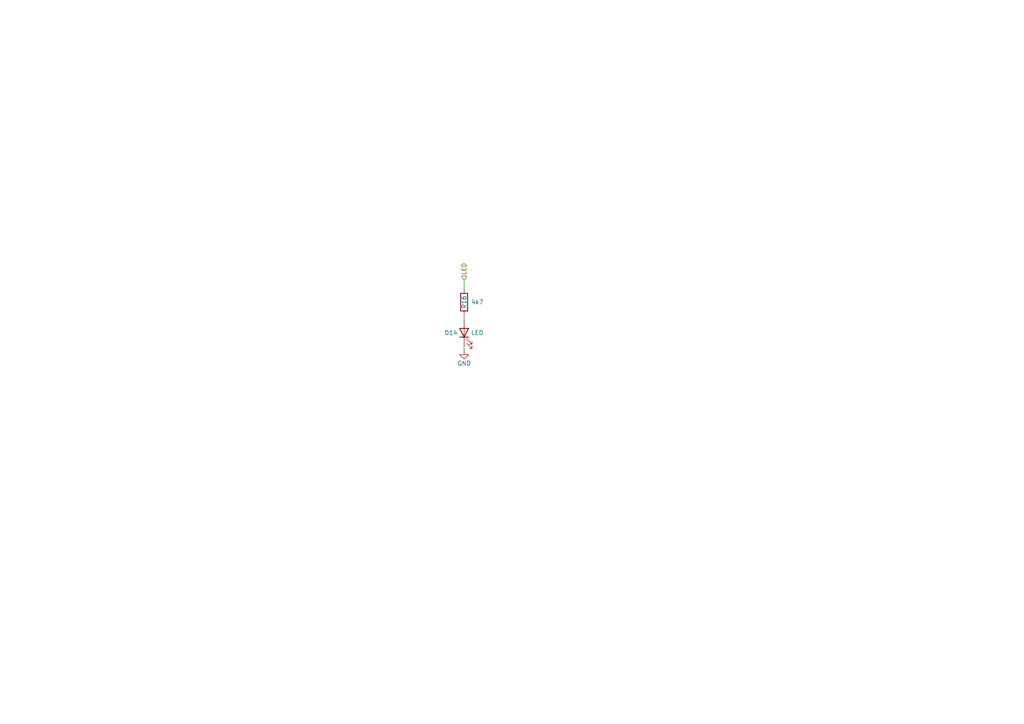
<source format=kicad_sch>
(kicad_sch (version 20211123) (generator eeschema)
  (paper "A4")
  (title_block (title "YardForce SA600H LCD CoverUI HS49067") (date "2023-08-22") (rev "0.1") (comment 1 "(c) Apehaenger") (comment 2 "For https://openmower.de") (comment 3 "PCB: WYPCB319B, WYM240128K1002") (comment 4 "LCD: WYM240128K10, 2019-12-14, HJ2818W6 A0"))
  (lib_symbols
    (symbol "Device:LED" (pin_numbers hide) (pin_names (offset 1.016) hide)
      (property "Reference" "D" (at 0 2.54 0))
      (property "Value" "LED" (at 0 -2.54 0))
      (symbol "LED_0_1"
        (polyline (pts (xy -1.27 -1.27) (xy -1.27 1.27)) (stroke (width 0.254)))
        (polyline (pts (xy -1.27 0) (xy 1.27 0)))
        (polyline (pts (xy 1.27 -1.27) (xy 1.27 1.27) (xy -1.27 0) (xy 1.27 -1.27)) (stroke (width 0.254)))
        (polyline (pts (xy -3.048 -0.762) (xy -4.572 -2.286) (xy -3.81 -2.286) (xy -4.572 -2.286) (xy -4.572 -1.524)))
        (polyline (pts (xy -1.778 -0.762) (xy -3.302 -2.286) (xy -2.54 -2.286) (xy -3.302 -2.286) (xy -3.302 -1.524)))
      )
      (symbol "LED_1_1"
        (pin passive line (at -3.81 0 0) (length 2.54) (name "K") (number "1"))
        (pin passive line (at 3.81 0 180) (length 2.54) (name "A") (number "2"))
      )
    )
    (symbol "Device:R" (pin_numbers hide) (pin_names (offset 0))
      (property "Reference" "R" (at 2.032 0 90))
      (property "Value" "R" (at 0 0 90))
      (symbol "R_0_1"
        (rectangle (start -1.016 -2.54) (end 1.016 2.54) (stroke (width 0.254)))
      )
      (symbol "R_1_1"
        (pin passive line (at 0 3.81 270) (length 1.27) (name "~") (number "1"))
        (pin passive line (at 0 -3.81 90) (length 1.27) (name "~") (number "2"))
      )
    )
    (symbol "power:GND" (power) (pin_names (offset 0))
      (property "Value" "GND" (at 0 -3.81 0))
      (symbol "GND_0_1"
        (polyline (pts (xy 0 0) (xy 0 -1.27) (xy 1.27 -1.27) (xy 0 -2.54) (xy -1.27 -1.27) (xy 0 -1.27)))
      )
      (symbol "GND_1_1"
        (pin power_in line (at 0 0 270) (length 0) hide (name "GND") (number "1"))
      )
    )
  )
  (wire (pts (xy 134.62 100.33) (xy 134.62 101.6)))
  (wire (pts (xy 134.62 91.44) (xy 134.62 92.71)))
  (wire (pts (xy 134.62 81.28) (xy 134.62 83.82)))
  (hierarchical_label "LED" (shape input) (at 134.62 81.28 90))
  (symbol (lib_id "power:GND") (at 134.62 101.6 0) (unit 1)
    (property "Reference" "#PWR?" (effects hide))
    (property "Value" "GND" (at 134.62 105.41 0))
  )
  (symbol (lib_id "Device:LED") (at 134.62 96.52 90) (unit 1)
    (property "Reference" "D14" (at 130.81 96.52 90))
    (property "Value" "LED" (at 138.43 96.52 90))
  )
  (symbol (lib_id "Device:R") (at 134.62 87.63 0) (unit 1)
    (property "Reference" "R16" (at 134.62 87.63 90))
    (property "Value" "4k7" (at 138.43 87.63 0))
  )
)
</source>
